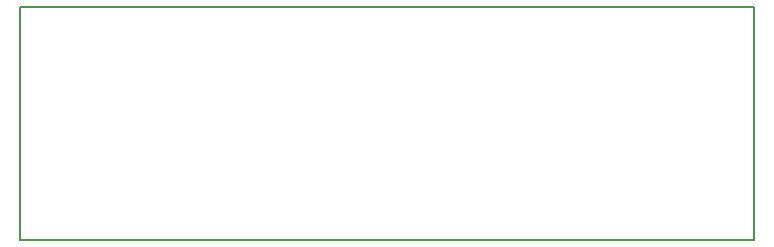
<source format=gbr>
G04 #@! TF.GenerationSoftware,KiCad,Pcbnew,5.1.5+dfsg1-2~bpo10+1*
G04 #@! TF.CreationDate,2020-03-18T11:26:50+01:00*
G04 #@! TF.ProjectId,snickerdoodle-hdmi-breakout,736e6963-6b65-4726-946f-6f646c652d68,rev?*
G04 #@! TF.SameCoordinates,Original*
G04 #@! TF.FileFunction,Profile,NP*
%FSLAX46Y46*%
G04 Gerber Fmt 4.6, Leading zero omitted, Abs format (unit mm)*
G04 Created by KiCad (PCBNEW 5.1.5+dfsg1-2~bpo10+1) date 2020-03-18 11:26:50*
%MOMM*%
%LPD*%
G04 APERTURE LIST*
%ADD10C,0.200000*%
G04 APERTURE END LIST*
D10*
X130164996Y-102502331D02*
X192379004Y-102502331D01*
X130164996Y-122207668D02*
X130164996Y-102502331D01*
X192379004Y-102502331D02*
X192379004Y-122207668D01*
X192379004Y-122207668D02*
X130164996Y-122207668D01*
M02*

</source>
